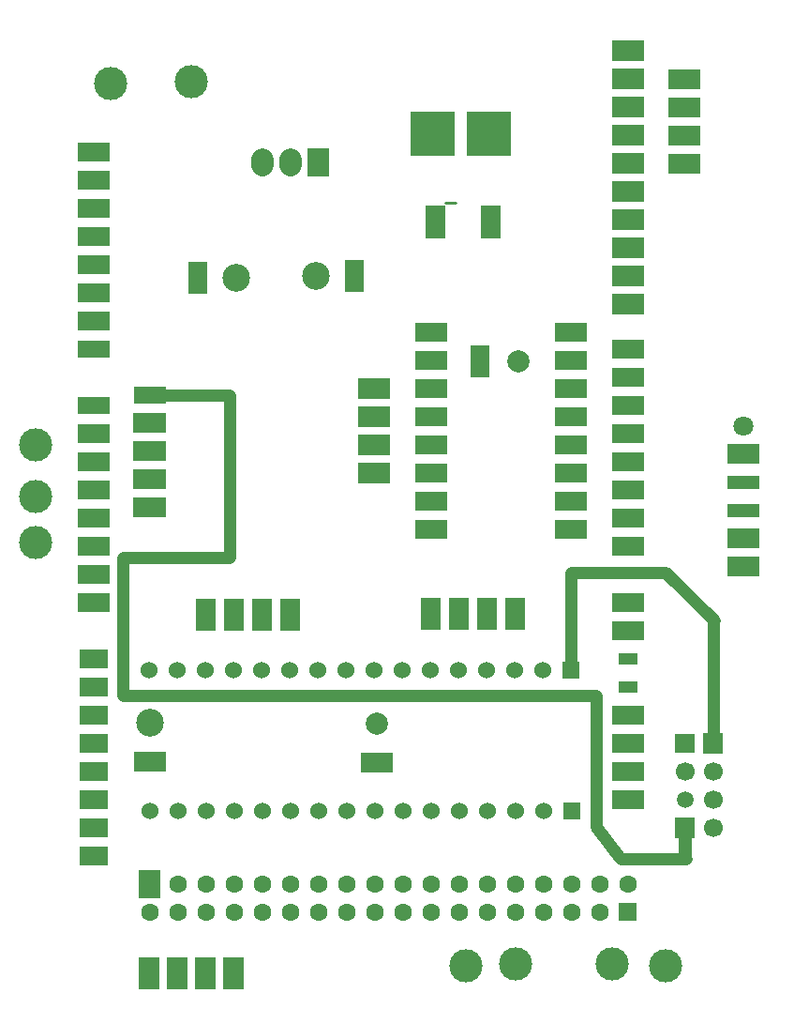
<source format=gtl>
G04 Layer: TopLayer*
G04 EasyEDA v6.4.17, 2021-03-30T11:05:58--3:00*
G04 e54f85b4d2414f64907e96423a573e64,e32968b322094deeae1279e20ae9dd51,10*
G04 Gerber Generator version 0.2*
G04 Scale: 100 percent, Rotated: No, Reflected: No *
G04 Dimensions in millimeters *
G04 leading zeros omitted , absolute positions ,4 integer and 5 decimal *
%FSLAX45Y45*%
%MOMM*%

%ADD10C,0.2540*%
%ADD11C,1.1000*%
%ADD12C,1.2000*%
%ADD13C,0.1000*%
%ADD14C,3.0000*%
%ADD15C,2.5000*%
%ADD16R,1.8000X2.9000*%
%ADD18R,2.9000X1.5000*%
%ADD19R,2.9000X1.8000*%
%ADD20R,1.8000X1.1000*%
%ADD21R,2.5000X1.8000*%
%ADD22C,1.8000*%
%ADD24C,1.7000*%
%ADD27C,1.5000*%
%ADD28C,2.0000*%
%ADD30C,1.5240*%
%ADD33C,1.6000*%

%LPD*%
D11*
X31574635Y239999D02*
G01*
X30986729Y243586D01*
X30986737Y243199D01*
X30765750Y528828D01*
X30765750Y1720850D01*
X26489659Y1720850D01*
X26489659Y2962402D01*
X27449018Y2957321D01*
X27448256Y4427473D01*
X26728420Y4427473D01*
D10*
X29395526Y6162408D02*
G01*
X29493865Y6162408D01*
X26442466Y2388473D02*
G01*
X26443137Y2388473D01*
X26443137Y2388473D02*
G01*
X26442466Y2388473D01*
D12*
X31570437Y522698D02*
G01*
X31570236Y245498D01*
D11*
X30537348Y1944893D02*
G01*
X30537348Y2825094D01*
X31390638Y2825094D01*
X31825237Y2390495D01*
X31817731Y2382989D01*
X31817736Y1291498D01*
D10*
G75*
G01
X32124447Y2877769D02*
G03X32124447Y2877769I-35001J0D01*
G75*
G01
X32124447Y3131769D02*
G03X32124447Y3131769I-35001J0D01*
G75*
G01
X32124447Y3385769D02*
G03X32124447Y3385769I-35001J0D01*
G75*
G01
X32124447Y3639769D02*
G03X32124447Y3639769I-35001J0D01*
D13*
G75*
G01
X32134454Y3893769D02*
G03X32134454Y3893769I-45009J0D01*
D10*
G75*
G01
X32124447Y2877769D02*
G03X32124447Y2877769I-35001J0D01*
D14*
G01*
X29584040Y-718794D03*
G01*
X30034052Y-708888D03*
G01*
X30906237Y-708507D03*
G01*
X31393129Y-721309D03*
G01*
X26380744Y7240092D03*
G01*
X27102638Y7253376D03*
G01*
X25701243Y3978300D03*
G01*
X25698450Y3509390D03*
G01*
X25701243Y3098698D03*
D15*
G01*
X28229534Y5498769D03*
D16*
G01*
X28579546Y5498795D03*
G36*
X29720941Y6132288D02*
G01*
X29900940Y6132288D01*
X29900940Y5842287D01*
X29720941Y5842287D01*
G37*
G36*
X29220942Y6132288D02*
G01*
X29400941Y6132288D01*
X29400941Y5842287D01*
X29220942Y5842287D01*
G37*
G36*
X28353318Y6399118D02*
G01*
X28153166Y6399118D01*
X28153166Y6649054D01*
X28353318Y6649054D01*
G37*
D18*
G01*
X26728445Y4427575D03*
G36*
X26873446Y3321593D02*
G01*
X26873446Y3501593D01*
X26583444Y3501593D01*
X26583444Y3321593D01*
G37*
G36*
X26873446Y3575593D02*
G01*
X26873446Y3755593D01*
X26583444Y3755593D01*
X26583444Y3575593D01*
G37*
G36*
X26873446Y3829593D02*
G01*
X26873446Y4009593D01*
X26583444Y4009593D01*
X26583444Y3829593D01*
G37*
G36*
X26873446Y4083593D02*
G01*
X26873446Y4263593D01*
X26583444Y4263593D01*
X26583444Y4083593D01*
G37*
D19*
G01*
X31046547Y777290D03*
G01*
X31046547Y2555290D03*
G01*
X31046547Y2301290D03*
D20*
G01*
X31046521Y2047290D03*
G01*
X31046521Y1793290D03*
D19*
G01*
X31046547Y1539290D03*
G01*
X31046547Y1285290D03*
G01*
X31046547Y1031290D03*
G01*
X29268547Y3212084D03*
G01*
X29268547Y4990084D03*
G01*
X29268547Y4736084D03*
G01*
X29268547Y4482084D03*
G01*
X29268547Y4228084D03*
G01*
X29268547Y3974084D03*
G01*
X29268547Y3720084D03*
G01*
X29268547Y3466084D03*
G01*
X31046445Y4841392D03*
G01*
X31046445Y3063392D03*
G01*
X31046445Y3317392D03*
G01*
X31046445Y3571392D03*
G01*
X31046445Y3825392D03*
G01*
X31046445Y4079392D03*
G01*
X31046445Y4333392D03*
G01*
X31046445Y4587392D03*
G01*
X30536337Y4992801D03*
G01*
X30536337Y3214801D03*
G01*
X30536337Y3468801D03*
G01*
X30536337Y3722801D03*
G01*
X30536337Y3976801D03*
G01*
X30536337Y4230801D03*
G01*
X30536337Y4484801D03*
G01*
X30536337Y4738801D03*
D21*
G01*
X26220648Y2047392D03*
G01*
X26220648Y269392D03*
G01*
X26220648Y523392D03*
G01*
X26220648Y777392D03*
G01*
X26220648Y1031392D03*
G01*
X26220648Y1285392D03*
G01*
X26220648Y1539392D03*
G01*
X26220648Y1793392D03*
D18*
G01*
X26220648Y4333697D03*
D19*
G01*
X26220648Y2555697D03*
G01*
X26220648Y2809697D03*
G01*
X26220648Y3063697D03*
G01*
X26220648Y3317697D03*
G01*
X26220648Y3571697D03*
G01*
X26220648Y3825697D03*
G01*
X26220648Y4079697D03*
G36*
X28903340Y4394390D02*
G01*
X28903340Y4574392D01*
X28613343Y4574392D01*
X28613343Y4394390D01*
G37*
G36*
X28903340Y3632390D02*
G01*
X28903340Y3812392D01*
X28613343Y3812392D01*
X28613343Y3632390D01*
G37*
G36*
X28903340Y3886390D02*
G01*
X28903340Y4066392D01*
X28613343Y4066392D01*
X28613343Y3886390D01*
G37*
G36*
X28903340Y4140390D02*
G01*
X28903340Y4320392D01*
X28613343Y4320392D01*
X28613343Y4140390D01*
G37*
G36*
X32234337Y2787792D02*
G01*
X32234337Y2967791D01*
X31944335Y2967791D01*
X31944335Y2787792D01*
G37*
D22*
G01*
X32089343Y4147769D03*
G36*
X32234337Y3803792D02*
G01*
X32234337Y3983791D01*
X31944335Y3983791D01*
X31944335Y3803792D01*
G37*
G36*
X32234337Y3579792D02*
G01*
X32234337Y3699791D01*
X31944335Y3699791D01*
X31944335Y3579792D01*
G37*
G36*
X32234337Y3325792D02*
G01*
X32234337Y3445791D01*
X31944335Y3445791D01*
X31944335Y3325792D01*
G37*
G36*
X32234337Y3041792D02*
G01*
X32234337Y3221791D01*
X31944335Y3221791D01*
X31944335Y3041792D01*
G37*
D24*
G01*
X31817741Y522706D03*
G36*
X31653736Y1199697D02*
G01*
X31653736Y1369697D01*
X31473736Y1369697D01*
X31473736Y1199697D01*
G37*
G36*
X31907741Y1194706D02*
G01*
X31907741Y1374706D01*
X31727741Y1374706D01*
X31727741Y1194706D01*
G37*
G01*
X31563741Y1030706D03*
G01*
X31817741Y1030706D03*
D27*
G01*
X31563741Y776706D03*
D24*
G01*
X31817741Y776706D03*
G36*
X31653741Y432706D02*
G01*
X31653741Y612706D01*
X31473741Y612706D01*
X31473741Y432706D01*
G37*
D15*
G01*
X26732357Y1468805D03*
G36*
X26587345Y1208791D02*
G01*
X26877347Y1208791D01*
X26877347Y1028788D01*
X26587345Y1028788D01*
G37*
D28*
G01*
X28783635Y1462404D03*
G36*
X28638642Y1202390D02*
G01*
X28928644Y1202390D01*
X28928644Y1022388D01*
X28638642Y1022388D01*
G37*
D15*
G01*
X27514168Y5485003D03*
D16*
G01*
X27164131Y5484977D03*
D28*
G01*
X30058944Y4726787D03*
D16*
G01*
X29708932Y4726787D03*
G36*
X31192939Y5157884D02*
G01*
X31192939Y5337881D01*
X30902937Y5337881D01*
X30902937Y5157884D01*
G37*
G36*
X31192939Y7443884D02*
G01*
X31192939Y7623881D01*
X30902937Y7623881D01*
X30902937Y7443884D01*
G37*
G36*
X31192939Y7189884D02*
G01*
X31192939Y7369881D01*
X30902937Y7369881D01*
X30902937Y7189884D01*
G37*
G36*
X31192939Y6935884D02*
G01*
X31192939Y7115881D01*
X30902937Y7115881D01*
X30902937Y6935884D01*
G37*
G36*
X31192939Y6681884D02*
G01*
X31192939Y6861881D01*
X30902937Y6861881D01*
X30902937Y6681884D01*
G37*
G36*
X31192939Y6427884D02*
G01*
X31192939Y6607881D01*
X30902937Y6607881D01*
X30902937Y6427884D01*
G37*
G36*
X31192939Y6173884D02*
G01*
X31192939Y6353881D01*
X30902937Y6353881D01*
X30902937Y6173884D01*
G37*
G36*
X31192939Y5919884D02*
G01*
X31192939Y6099881D01*
X30902937Y6099881D01*
X30902937Y5919884D01*
G37*
G36*
X31192939Y5665884D02*
G01*
X31192939Y5845881D01*
X30902937Y5845881D01*
X30902937Y5665884D01*
G37*
G36*
X31192939Y5411884D02*
G01*
X31192939Y5591881D01*
X30902937Y5591881D01*
X30902937Y5411884D01*
G37*
G36*
X29593542Y6985586D02*
G01*
X29993541Y6985586D01*
X29993541Y6585587D01*
X29593542Y6585587D01*
G37*
G36*
X29085542Y6985586D02*
G01*
X29485541Y6985586D01*
X29485541Y6585587D01*
X29085542Y6585587D01*
G37*
G36*
X29940740Y2307394D02*
G01*
X30120739Y2307394D01*
X30120739Y2597396D01*
X29940740Y2597396D01*
G37*
G36*
X29178740Y2307394D02*
G01*
X29358739Y2307394D01*
X29358739Y2597396D01*
X29178740Y2597396D01*
G37*
G36*
X29432740Y2307394D02*
G01*
X29612739Y2307394D01*
X29612739Y2597396D01*
X29432740Y2597396D01*
G37*
G36*
X29686740Y2307394D02*
G01*
X29866739Y2307394D01*
X29866739Y2597396D01*
X29686740Y2597396D01*
G37*
D30*
G01*
X26727353Y1944903D03*
G36*
X30613543Y2021095D02*
G01*
X30461143Y2021095D01*
X30461143Y1868695D01*
X30613543Y1868695D01*
G37*
G01*
X30283353Y1944903D03*
G01*
X30029353Y1944903D03*
G01*
X29775353Y1944903D03*
G01*
X29521353Y1944903D03*
G01*
X29267353Y1944903D03*
G01*
X29013353Y1944903D03*
G01*
X28759353Y1944903D03*
G01*
X28505353Y1944903D03*
G01*
X28251353Y1944903D03*
G01*
X27997353Y1944903D03*
G01*
X27743353Y1944903D03*
G01*
X27489353Y1944903D03*
G01*
X27235353Y1944903D03*
G01*
X26981353Y1944903D03*
G01*
X26729842Y676097D03*
G36*
X30616042Y752299D02*
G01*
X30463642Y752299D01*
X30463642Y599899D01*
X30616042Y599899D01*
G37*
G01*
X30285842Y676097D03*
G01*
X30031842Y676097D03*
G01*
X29777842Y676097D03*
G01*
X29523842Y676097D03*
G01*
X29269842Y676097D03*
G01*
X29015842Y676097D03*
G01*
X28761842Y676097D03*
G01*
X28507842Y676097D03*
G01*
X28253842Y676097D03*
G01*
X27999842Y676097D03*
G01*
X27745842Y676097D03*
G01*
X27491842Y676097D03*
G01*
X27237842Y676097D03*
G01*
X26983842Y676097D03*
G36*
X26628455Y140411D02*
G01*
X26828455Y140411D01*
X26828455Y-109590D01*
X26628455Y-109590D01*
G37*
G36*
X31126442Y-158600D02*
G01*
X30966443Y-158600D01*
X30966443Y-318599D01*
X31126442Y-318599D01*
G37*
D33*
G01*
X31046445Y15417D03*
G01*
X30792445Y-238582D03*
G01*
X30792445Y15417D03*
G01*
X30538445Y-238582D03*
G01*
X30538445Y15417D03*
G01*
X30284445Y-238582D03*
G01*
X30284445Y15417D03*
G01*
X30030445Y-238582D03*
G01*
X30030445Y15417D03*
G01*
X29776445Y-238582D03*
G01*
X29776445Y15417D03*
G01*
X29522445Y-238582D03*
G01*
X29522445Y15417D03*
G01*
X29268445Y-238582D03*
G01*
X29268445Y15417D03*
G01*
X29014445Y-238582D03*
G01*
X29014445Y15417D03*
G01*
X28760445Y-238582D03*
G01*
X28760445Y15417D03*
G01*
X28506445Y-238582D03*
G01*
X28506445Y15417D03*
G01*
X28252445Y-238582D03*
G01*
X28252445Y15417D03*
G01*
X27998445Y-238582D03*
G01*
X27998445Y15417D03*
G01*
X27744445Y-238582D03*
G01*
X27744445Y15417D03*
G01*
X27490445Y-238582D03*
G01*
X27490445Y15417D03*
G01*
X27236445Y-238582D03*
G01*
X27236445Y15417D03*
G01*
X26982445Y-238582D03*
G01*
X26982445Y15417D03*
G01*
X26728445Y-238582D03*
G36*
X31700838Y7182685D02*
G01*
X31700838Y7362685D01*
X31410836Y7362685D01*
X31410836Y7182685D01*
G37*
G36*
X31700838Y6420685D02*
G01*
X31700838Y6600685D01*
X31410836Y6600685D01*
X31410836Y6420685D01*
G37*
G36*
X31700838Y6674685D02*
G01*
X31700838Y6854685D01*
X31410836Y6854685D01*
X31410836Y6674685D01*
G37*
G36*
X31700838Y6928685D02*
G01*
X31700838Y7108685D01*
X31410836Y7108685D01*
X31410836Y6928685D01*
G37*
D19*
G01*
X26220648Y6616496D03*
D18*
G01*
X26220648Y4838471D03*
D19*
G01*
X26220648Y5092496D03*
G01*
X26220648Y5346496D03*
G01*
X26220648Y5600496D03*
G01*
X26220648Y5854496D03*
G01*
X26220648Y6108496D03*
G01*
X26220648Y6362496D03*
G36*
X27908044Y2297394D02*
G01*
X28088043Y2297394D01*
X28088043Y2587393D01*
X27908044Y2587393D01*
G37*
G36*
X27146044Y2297394D02*
G01*
X27326043Y2297394D01*
X27326043Y2587393D01*
X27146044Y2587393D01*
G37*
G36*
X27400044Y2297394D02*
G01*
X27580043Y2297394D01*
X27580043Y2587393D01*
X27400044Y2587393D01*
G37*
G36*
X27654044Y2297394D02*
G01*
X27834043Y2297394D01*
X27834043Y2587393D01*
X27654044Y2587393D01*
G37*
G36*
X27396346Y-936691D02*
G01*
X27576345Y-936691D01*
X27576345Y-646691D01*
X27396346Y-646691D01*
G37*
G36*
X26634346Y-936691D02*
G01*
X26814345Y-936691D01*
X26814345Y-646691D01*
X26634346Y-646691D01*
G37*
G36*
X26888346Y-936691D02*
G01*
X27068345Y-936691D01*
X27068345Y-646691D01*
X26888346Y-646691D01*
G37*
G36*
X27142346Y-936691D02*
G01*
X27322345Y-936691D01*
X27322345Y-646691D01*
X27142346Y-646691D01*
G37*
D28*
X27999232Y6499090D02*
G01*
X27999232Y6549090D01*
X27745232Y6499090D02*
G01*
X27745232Y6549090D01*
M02*

</source>
